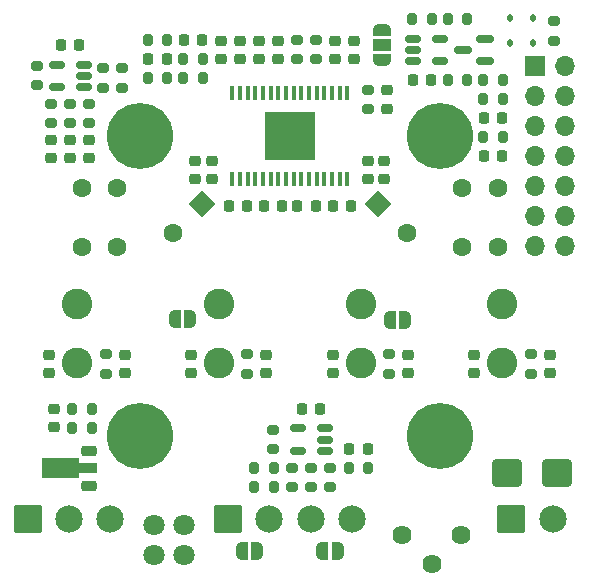
<source format=gbr>
%TF.GenerationSoftware,KiCad,Pcbnew,8.0.8*%
%TF.CreationDate,2025-03-08T19:37:29+01:00*%
%TF.ProjectId,01-2x30w_audio_amp,30312d32-7833-4307-975f-617564696f5f,rev?*%
%TF.SameCoordinates,Original*%
%TF.FileFunction,Soldermask,Bot*%
%TF.FilePolarity,Negative*%
%FSLAX46Y46*%
G04 Gerber Fmt 4.6, Leading zero omitted, Abs format (unit mm)*
G04 Created by KiCad (PCBNEW 8.0.8) date 2025-03-08 19:37:29*
%MOMM*%
%LPD*%
G01*
G04 APERTURE LIST*
G04 Aperture macros list*
%AMRoundRect*
0 Rectangle with rounded corners*
0 $1 Rounding radius*
0 $2 $3 $4 $5 $6 $7 $8 $9 X,Y pos of 4 corners*
0 Add a 4 corners polygon primitive as box body*
4,1,4,$2,$3,$4,$5,$6,$7,$8,$9,$2,$3,0*
0 Add four circle primitives for the rounded corners*
1,1,$1+$1,$2,$3*
1,1,$1+$1,$4,$5*
1,1,$1+$1,$6,$7*
1,1,$1+$1,$8,$9*
0 Add four rect primitives between the rounded corners*
20,1,$1+$1,$2,$3,$4,$5,0*
20,1,$1+$1,$4,$5,$6,$7,0*
20,1,$1+$1,$6,$7,$8,$9,0*
20,1,$1+$1,$8,$9,$2,$3,0*%
%AMRotRect*
0 Rectangle, with rotation*
0 The origin of the aperture is its center*
0 $1 length*
0 $2 width*
0 $3 Rotation angle, in degrees counterclockwise*
0 Add horizontal line*
21,1,$1,$2,0,0,$3*%
%AMFreePoly0*
4,1,9,3.862500,-0.866500,0.737500,-0.866500,0.737500,-0.450000,-0.737500,-0.450000,-0.737500,0.450000,0.737500,0.450000,0.737500,0.866500,3.862500,0.866500,3.862500,-0.866500,3.862500,-0.866500,$1*%
%AMFreePoly1*
4,1,19,0.500000,-0.750000,0.000000,-0.750000,0.000000,-0.744911,-0.071157,-0.744911,-0.207708,-0.704816,-0.327430,-0.627875,-0.420627,-0.520320,-0.479746,-0.390866,-0.500000,-0.250000,-0.500000,0.250000,-0.479746,0.390866,-0.420627,0.520320,-0.327430,0.627875,-0.207708,0.704816,-0.071157,0.744911,0.000000,0.744911,0.000000,0.750000,0.500000,0.750000,0.500000,-0.750000,0.500000,-0.750000,
$1*%
%AMFreePoly2*
4,1,19,0.000000,0.744911,0.071157,0.744911,0.207708,0.704816,0.327430,0.627875,0.420627,0.520320,0.479746,0.390866,0.500000,0.250000,0.500000,-0.250000,0.479746,-0.390866,0.420627,-0.520320,0.327430,-0.627875,0.207708,-0.704816,0.071157,-0.744911,0.000000,-0.744911,0.000000,-0.750000,-0.500000,-0.750000,-0.500000,0.750000,0.000000,0.750000,0.000000,0.744911,0.000000,0.744911,
$1*%
%AMFreePoly3*
4,1,19,0.000000,0.744911,0.071157,0.744911,0.207708,0.704816,0.327430,0.627875,0.420627,0.520320,0.479746,0.390866,0.500000,0.250000,0.500000,-0.250000,0.479746,-0.390866,0.420627,-0.520320,0.327430,-0.627875,0.207708,-0.704816,0.071157,-0.744911,0.000000,-0.744911,0.000000,-0.750000,-0.550000,-0.750000,-0.550000,0.750000,0.000000,0.750000,0.000000,0.744911,0.000000,0.744911,
$1*%
%AMFreePoly4*
4,1,19,0.550000,-0.750000,0.000000,-0.750000,0.000000,-0.744911,-0.071157,-0.744911,-0.207708,-0.704816,-0.327430,-0.627875,-0.420627,-0.520320,-0.479746,-0.390866,-0.500000,-0.250000,-0.500000,0.250000,-0.479746,0.390866,-0.420627,0.520320,-0.327430,0.627875,-0.207708,0.704816,-0.071157,0.744911,0.000000,0.744911,0.000000,0.750000,0.550000,0.750000,0.550000,-0.750000,0.550000,-0.750000,
$1*%
G04 Aperture macros list end*
%ADD10RoundRect,0.225000X0.250000X-0.225000X0.250000X0.225000X-0.250000X0.225000X-0.250000X-0.225000X0*%
%ADD11C,5.600000*%
%ADD12R,1.700000X1.700000*%
%ADD13O,1.700000X1.700000*%
%ADD14RoundRect,0.200000X0.275000X-0.200000X0.275000X0.200000X-0.275000X0.200000X-0.275000X-0.200000X0*%
%ADD15RoundRect,0.150000X0.512500X0.150000X-0.512500X0.150000X-0.512500X-0.150000X0.512500X-0.150000X0*%
%ADD16RoundRect,0.150000X-0.512500X-0.150000X0.512500X-0.150000X0.512500X0.150000X-0.512500X0.150000X0*%
%ADD17RoundRect,0.225000X-0.225000X-0.250000X0.225000X-0.250000X0.225000X0.250000X-0.225000X0.250000X0*%
%ADD18RoundRect,0.200000X-0.275000X0.200000X-0.275000X-0.200000X0.275000X-0.200000X0.275000X0.200000X0*%
%ADD19RoundRect,0.225000X-0.250000X0.225000X-0.250000X-0.225000X0.250000X-0.225000X0.250000X0.225000X0*%
%ADD20RoundRect,0.225000X0.425000X0.225000X-0.425000X0.225000X-0.425000X-0.225000X0.425000X-0.225000X0*%
%ADD21FreePoly0,180.000000*%
%ADD22RoundRect,0.250000X1.000000X0.900000X-1.000000X0.900000X-1.000000X-0.900000X1.000000X-0.900000X0*%
%ADD23C,1.800000*%
%ADD24C,2.600000*%
%ADD25C,1.600000*%
%ADD26RotRect,1.600000X1.600000X225.000000*%
%ADD27C,1.620000*%
%ADD28RoundRect,0.102000X-1.050000X-1.050000X1.050000X-1.050000X1.050000X1.050000X-1.050000X1.050000X0*%
%ADD29C,2.304000*%
%ADD30RotRect,1.600000X1.600000X315.000000*%
%ADD31RoundRect,0.200000X0.200000X0.275000X-0.200000X0.275000X-0.200000X-0.275000X0.200000X-0.275000X0*%
%ADD32FreePoly1,180.000000*%
%ADD33FreePoly2,180.000000*%
%ADD34RoundRect,0.200000X-0.200000X-0.275000X0.200000X-0.275000X0.200000X0.275000X-0.200000X0.275000X0*%
%ADD35FreePoly3,90.000000*%
%ADD36R,1.500000X1.000000*%
%ADD37FreePoly4,90.000000*%
%ADD38RoundRect,0.225000X0.225000X0.250000X-0.225000X0.250000X-0.225000X-0.250000X0.225000X-0.250000X0*%
%ADD39R,4.360000X4.110000*%
%ADD40R,0.400000X1.200000*%
%ADD41RoundRect,0.112500X-0.112500X0.187500X-0.112500X-0.187500X0.112500X-0.187500X0.112500X0.187500X0*%
%ADD42FreePoly1,0.000000*%
%ADD43FreePoly2,0.000000*%
%ADD44RoundRect,0.150000X0.587500X0.150000X-0.587500X0.150000X-0.587500X-0.150000X0.587500X-0.150000X0*%
%ADD45RoundRect,0.112500X0.112500X-0.187500X0.112500X0.187500X-0.112500X0.187500X-0.112500X-0.187500X0*%
G04 APERTURE END LIST*
D10*
%TO.C,C5*%
X170500000Y-126275000D03*
X170500000Y-124725000D03*
%TD*%
D11*
%TO.C,H4*%
X203200000Y-127000000D03*
%TD*%
D12*
%TO.C,J3*%
X211225000Y-95675000D03*
D13*
X213765000Y-95675000D03*
X211225000Y-98215000D03*
X213765000Y-98215000D03*
X211225000Y-100755000D03*
X213765000Y-100755000D03*
X211225000Y-103295000D03*
X213765000Y-103295000D03*
X211225000Y-105835000D03*
X213765000Y-105835000D03*
X211225000Y-108375000D03*
X213765000Y-108375000D03*
X211225000Y-110915000D03*
X213765000Y-110915000D03*
%TD*%
D14*
%TO.C,R33*%
X190700000Y-129675000D03*
X190700000Y-131325000D03*
%TD*%
D15*
%TO.C,U5*%
X173037500Y-95550000D03*
X173037500Y-96500000D03*
X173037500Y-97450000D03*
X170762500Y-97450000D03*
X170762500Y-95550000D03*
%TD*%
D16*
%TO.C,U1*%
X200962500Y-95249999D03*
X200962500Y-94300000D03*
X200962500Y-93350001D03*
X203237500Y-93350001D03*
X203237500Y-95249999D03*
%TD*%
D17*
%TO.C,C41*%
X171125000Y-93900000D03*
X172675000Y-93900000D03*
%TD*%
D18*
%TO.C,R31*%
X192300000Y-131325000D03*
X192300000Y-129675000D03*
%TD*%
D19*
%TO.C,C16*%
X186300000Y-93525000D03*
X186300000Y-95075000D03*
%TD*%
D17*
%TO.C,C14*%
X181525000Y-93500000D03*
X183075000Y-93500000D03*
%TD*%
D19*
%TO.C,C13*%
X195900000Y-93525000D03*
X195900000Y-95075000D03*
%TD*%
%TO.C,C12*%
X194300000Y-93525000D03*
X194300000Y-95075000D03*
%TD*%
%TO.C,C11*%
X187900000Y-93525000D03*
X187900000Y-95075000D03*
%TD*%
%TO.C,C10*%
X184700000Y-93525000D03*
X184700000Y-95075000D03*
%TD*%
D17*
%TO.C,C9*%
X178525000Y-95100000D03*
X180075000Y-95100000D03*
%TD*%
%TO.C,C7*%
X206925000Y-103300000D03*
X208475000Y-103300000D03*
%TD*%
D10*
%TO.C,C3*%
X173500000Y-101925000D03*
X173500000Y-103475000D03*
%TD*%
%TO.C,C2*%
X170300000Y-101925000D03*
X170300000Y-103475000D03*
%TD*%
%TO.C,C1*%
X171900000Y-101925000D03*
X171900000Y-103475000D03*
%TD*%
D20*
%TO.C,U2*%
X173512499Y-128237500D03*
D21*
X173424998Y-129737500D03*
D20*
X173512499Y-131237500D03*
%TD*%
D22*
%TO.C,D5*%
X208850000Y-130175000D03*
X213150000Y-130175000D03*
%TD*%
D23*
%TO.C,D4*%
X179030000Y-134530000D03*
X181570000Y-134530000D03*
X179030000Y-137070000D03*
X181570000Y-137070000D03*
%TD*%
D24*
%TO.C,L3*%
X196500000Y-115800000D03*
X196500000Y-120800000D03*
%TD*%
%TO.C,L1*%
X172500000Y-120800000D03*
X172500000Y-115800000D03*
%TD*%
D25*
%TO.C,C30*%
X175900000Y-111000000D03*
X175900000Y-106000000D03*
%TD*%
D26*
%TO.C,C27*%
X183068601Y-107331399D03*
D25*
X180593727Y-109806273D03*
%TD*%
%TO.C,C29*%
X172900000Y-106000000D03*
X172900000Y-111000000D03*
%TD*%
%TO.C,C32*%
X208100000Y-106000000D03*
X208100000Y-111000000D03*
%TD*%
D27*
%TO.C,RV1*%
X205000000Y-135375000D03*
X202500000Y-137875000D03*
X200000000Y-135375000D03*
%TD*%
D28*
%TO.C,J4*%
X185247500Y-134000000D03*
D29*
X188747500Y-134000000D03*
X192247499Y-134000000D03*
X195747500Y-134000000D03*
%TD*%
D11*
%TO.C,H3*%
X203200000Y-101600000D03*
%TD*%
%TO.C,H1*%
X177800000Y-101600000D03*
%TD*%
D25*
%TO.C,C31*%
X205100000Y-111000000D03*
X205100000Y-106000000D03*
%TD*%
D30*
%TO.C,C28*%
X197931399Y-107331399D03*
D25*
X200406273Y-109806273D03*
%TD*%
D24*
%TO.C,L4*%
X208500000Y-115800000D03*
X208500000Y-120800000D03*
%TD*%
%TO.C,L2*%
X184500000Y-120800000D03*
X184500000Y-115800000D03*
%TD*%
D28*
%TO.C,J1*%
X209247500Y-134000000D03*
D29*
X212747500Y-134000000D03*
%TD*%
D28*
%TO.C,J2*%
X168297500Y-134000000D03*
D29*
X171797500Y-134000000D03*
X175297500Y-134000000D03*
%TD*%
D31*
%TO.C,R25*%
X183125000Y-96700000D03*
X181475000Y-96700000D03*
%TD*%
D15*
%TO.C,U3*%
X191162500Y-126350000D03*
X191162500Y-128250000D03*
X193437500Y-128250000D03*
X193437500Y-127300000D03*
X193437500Y-126350000D03*
%TD*%
D17*
%TO.C,C21*%
X191125000Y-107500000D03*
X192675000Y-107500000D03*
%TD*%
D18*
%TO.C,R28*%
X186900000Y-120075000D03*
X186900000Y-121725000D03*
%TD*%
D14*
%TO.C,R3*%
X171900000Y-98875000D03*
X171900000Y-100525000D03*
%TD*%
D19*
%TO.C,C36*%
X206125000Y-120150000D03*
X206125000Y-121700000D03*
%TD*%
D10*
%TO.C,C23*%
X183900000Y-105275000D03*
X183900000Y-103725000D03*
%TD*%
D32*
%TO.C,JP5*%
X194549999Y-136700000D03*
D33*
X193250001Y-136700000D03*
%TD*%
D31*
%TO.C,R19*%
X189125000Y-129700000D03*
X187475000Y-129700000D03*
%TD*%
D34*
%TO.C,R16*%
X178475000Y-93500000D03*
X180125000Y-93500000D03*
%TD*%
D35*
%TO.C,JP1*%
X198300000Y-92600000D03*
D36*
X198300000Y-93900000D03*
D37*
X198300000Y-95200000D03*
%TD*%
D31*
%TO.C,R20*%
X189125000Y-131300000D03*
X187475000Y-131300000D03*
%TD*%
D19*
%TO.C,C39*%
X200500000Y-120150000D03*
X200500000Y-121700000D03*
%TD*%
D17*
%TO.C,C15*%
X191525000Y-124700000D03*
X193075000Y-124700000D03*
%TD*%
D32*
%TO.C,JP3*%
X200249999Y-117200000D03*
D33*
X198950001Y-117200000D03*
%TD*%
D19*
%TO.C,C33*%
X170125000Y-120150000D03*
X170125000Y-121700000D03*
%TD*%
D14*
%TO.C,R12*%
X169100000Y-95675000D03*
X169100000Y-97325000D03*
%TD*%
D10*
%TO.C,C26*%
X198500000Y-105275000D03*
X198500000Y-103725000D03*
%TD*%
D34*
%TO.C,R26*%
X178475000Y-96700000D03*
X180125000Y-96700000D03*
%TD*%
D19*
%TO.C,C35*%
X194125000Y-120150000D03*
X194125000Y-121700000D03*
%TD*%
D14*
%TO.C,R23*%
X192700000Y-95125000D03*
X192700000Y-93475000D03*
%TD*%
D19*
%TO.C,C38*%
X188500000Y-120125000D03*
X188500000Y-121675000D03*
%TD*%
D31*
%TO.C,R11*%
X205525000Y-96900000D03*
X203875000Y-96900000D03*
%TD*%
D38*
%TO.C,C20*%
X189875000Y-107500000D03*
X188325000Y-107500000D03*
%TD*%
%TO.C,C22*%
X195675000Y-107500000D03*
X194125000Y-107500000D03*
%TD*%
D18*
%TO.C,R30*%
X210900000Y-120100000D03*
X210900000Y-121750000D03*
%TD*%
D31*
%TO.C,R8*%
X173725000Y-126300000D03*
X172075000Y-126300000D03*
%TD*%
D34*
%TO.C,R24*%
X181475000Y-95100000D03*
X183125000Y-95100000D03*
%TD*%
D18*
%TO.C,R27*%
X174900000Y-120100000D03*
X174900000Y-121750000D03*
%TD*%
D14*
%TO.C,R6*%
X176300000Y-95875000D03*
X176300000Y-97525000D03*
%TD*%
D19*
%TO.C,C37*%
X176500000Y-120150000D03*
X176500000Y-121700000D03*
%TD*%
D31*
%TO.C,R9*%
X173725000Y-124700000D03*
X172075000Y-124700000D03*
%TD*%
D10*
%TO.C,C18*%
X198700000Y-99275000D03*
X198700000Y-97725000D03*
%TD*%
D39*
%TO.C,U4*%
X190500000Y-101600000D03*
D40*
X185625000Y-97950000D03*
X186275000Y-97950000D03*
X186925000Y-97950000D03*
X187575000Y-97950000D03*
X188225000Y-97950000D03*
X188875000Y-97950000D03*
X189525000Y-97950000D03*
X190175000Y-97950000D03*
X190825000Y-97950000D03*
X191475000Y-97950000D03*
X192125000Y-97950000D03*
X192775000Y-97950000D03*
X193425000Y-97950000D03*
X194075000Y-97950000D03*
X194725000Y-97950000D03*
X195375000Y-97950000D03*
X195375000Y-105250000D03*
X194725000Y-105250000D03*
X194075000Y-105250000D03*
X193425000Y-105250000D03*
X192775000Y-105250000D03*
X192125000Y-105250000D03*
X191475000Y-105250000D03*
X190825000Y-105250000D03*
X190175000Y-105250000D03*
X189525000Y-105250000D03*
X188875000Y-105250000D03*
X188225000Y-105250000D03*
X187575000Y-105250000D03*
X186925000Y-105250000D03*
X186275000Y-105250000D03*
X185625000Y-105250000D03*
%TD*%
D34*
%TO.C,R2*%
X200875000Y-91700000D03*
X202525000Y-91700000D03*
%TD*%
D14*
%TO.C,R10*%
X212900000Y-93525000D03*
X212900000Y-91875000D03*
%TD*%
%TO.C,R5*%
X173500000Y-98875000D03*
X173500000Y-100525000D03*
%TD*%
D34*
%TO.C,R15*%
X206875000Y-101700000D03*
X208525000Y-101700000D03*
%TD*%
D19*
%TO.C,C34*%
X182100000Y-120125000D03*
X182100000Y-121675000D03*
%TD*%
%TO.C,C40*%
X212500000Y-120150000D03*
X212500000Y-121700000D03*
%TD*%
D14*
%TO.C,R4*%
X170300000Y-98875000D03*
X170300000Y-100525000D03*
%TD*%
D10*
%TO.C,C25*%
X182500000Y-105275000D03*
X182500000Y-103725000D03*
%TD*%
D18*
%TO.C,R22*%
X191100000Y-93475000D03*
X191100000Y-95125000D03*
%TD*%
D10*
%TO.C,C24*%
X197100000Y-105275000D03*
X197100000Y-103725000D03*
%TD*%
D33*
%TO.C,JP2*%
X180750000Y-117100000D03*
D32*
X182050000Y-117100000D03*
%TD*%
D18*
%TO.C,R18*%
X193900000Y-131325000D03*
X193900000Y-129675000D03*
%TD*%
%TO.C,R21*%
X197100000Y-97675000D03*
X197100000Y-99325000D03*
%TD*%
%TO.C,R29*%
X198900000Y-120100000D03*
X198900000Y-121750000D03*
%TD*%
D34*
%TO.C,R13*%
X206875000Y-96900000D03*
X208525000Y-96900000D03*
%TD*%
D41*
%TO.C,D2*%
X211100000Y-91650000D03*
X211100000Y-93750000D03*
%TD*%
D42*
%TO.C,JP4*%
X186450001Y-136700000D03*
D43*
X187749999Y-136700000D03*
%TD*%
D38*
%TO.C,C6*%
X208475000Y-100100000D03*
X206925000Y-100100000D03*
%TD*%
D18*
%TO.C,R7*%
X174700000Y-97525000D03*
X174700000Y-95875000D03*
%TD*%
D17*
%TO.C,C19*%
X185325000Y-107500000D03*
X186875000Y-107500000D03*
%TD*%
D31*
%TO.C,R14*%
X208525000Y-98500000D03*
X206875000Y-98500000D03*
%TD*%
D19*
%TO.C,C17*%
X189500000Y-93525000D03*
X189500000Y-95075000D03*
%TD*%
D34*
%TO.C,R1*%
X203875000Y-91700000D03*
X205525000Y-91700000D03*
%TD*%
D38*
%TO.C,C42*%
X202475000Y-96900000D03*
X200925000Y-96900000D03*
%TD*%
D44*
%TO.C,D1*%
X207037500Y-93350000D03*
X207037500Y-95250000D03*
X205162499Y-94300000D03*
%TD*%
D45*
%TO.C,D3*%
X209100000Y-93750000D03*
X209100000Y-91650000D03*
%TD*%
D11*
%TO.C,H2*%
X177800000Y-127000000D03*
%TD*%
D14*
%TO.C,R17*%
X189100000Y-128125000D03*
X189100000Y-126475000D03*
%TD*%
D31*
%TO.C,R32*%
X197125000Y-129700000D03*
X195475000Y-129700000D03*
%TD*%
D17*
%TO.C,C4*%
X195525000Y-128100000D03*
X197075000Y-128100000D03*
%TD*%
M02*

</source>
